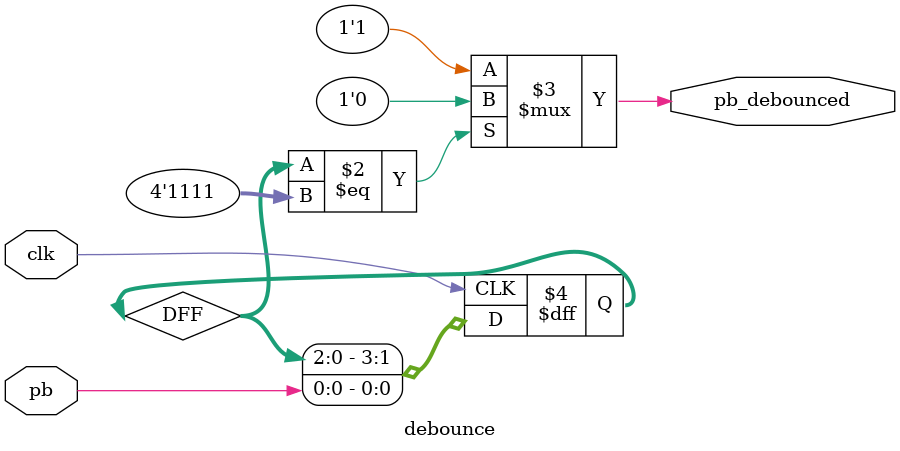
<source format=v>
`timescale 1ns / 1ps
module debounce (pb_debounced, pb, clk);
output pb_debounced; // signal of a pushbutton after being debounced
input pb; // signal from a pushbutton
input clk;

reg [3:0] DFF; // use shift_reg to filter pushbutton bounce
always @(posedge clk) begin
    DFF[3:1] <= DFF[2:0];
    DFF[0] <= pb;
end
assign pb_debounced = ((DFF == 4'b1111) ? 1'b0 : 1'b1);
endmodule
</source>
